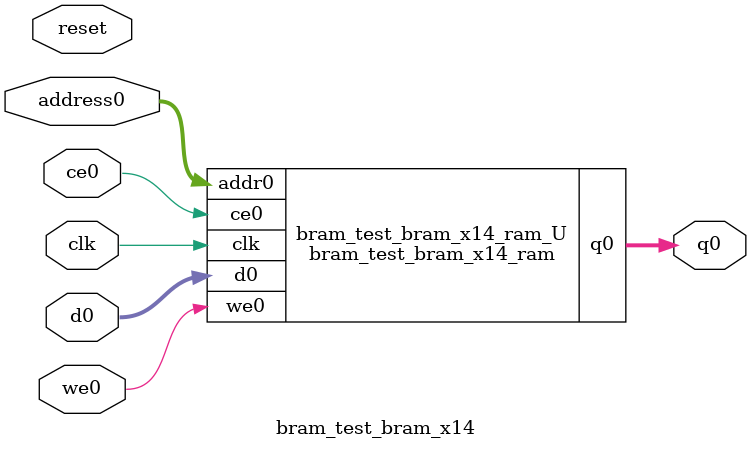
<source format=v>
`timescale 1 ns / 1 ps
module bram_test_bram_x14_ram (addr0, ce0, d0, we0, q0,  clk);

parameter DWIDTH = 32;
parameter AWIDTH = 10;
parameter MEM_SIZE = 1000;

input[AWIDTH-1:0] addr0;
input ce0;
input[DWIDTH-1:0] d0;
input we0;
output reg[DWIDTH-1:0] q0;
input clk;

reg [DWIDTH-1:0] ram[0:MEM_SIZE-1];




always @(posedge clk)  
begin 
    if (ce0) begin
        if (we0) 
            ram[addr0] <= d0; 
        q0 <= ram[addr0];
    end
end


endmodule

`timescale 1 ns / 1 ps
module bram_test_bram_x14(
    reset,
    clk,
    address0,
    ce0,
    we0,
    d0,
    q0);

parameter DataWidth = 32'd32;
parameter AddressRange = 32'd1000;
parameter AddressWidth = 32'd10;
input reset;
input clk;
input[AddressWidth - 1:0] address0;
input ce0;
input we0;
input[DataWidth - 1:0] d0;
output[DataWidth - 1:0] q0;



bram_test_bram_x14_ram bram_test_bram_x14_ram_U(
    .clk( clk ),
    .addr0( address0 ),
    .ce0( ce0 ),
    .we0( we0 ),
    .d0( d0 ),
    .q0( q0 ));

endmodule


</source>
